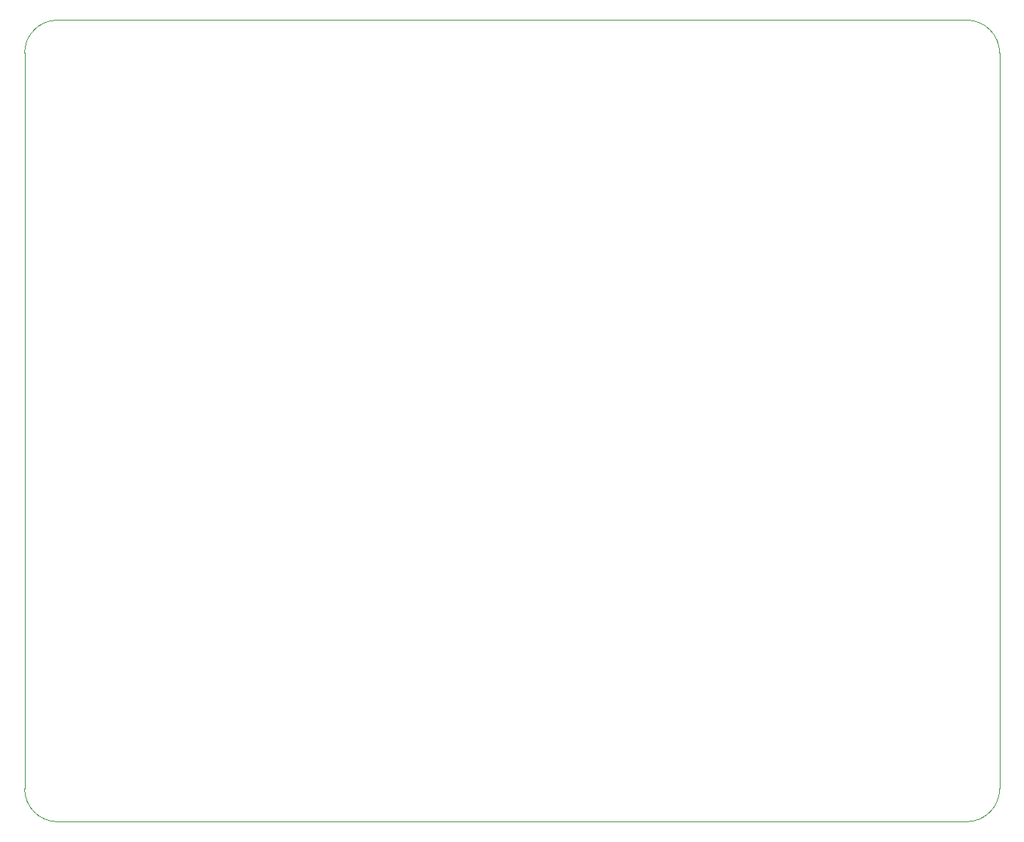
<source format=gbr>
%TF.GenerationSoftware,KiCad,Pcbnew,(5.1.9)-1*%
%TF.CreationDate,2021-02-02T00:48:23+00:00*%
%TF.ProjectId,pico_vga_sd_aud,7069636f-5f76-4676-915f-73645f617564,rev?*%
%TF.SameCoordinates,Original*%
%TF.FileFunction,Profile,NP*%
%FSLAX46Y46*%
G04 Gerber Fmt 4.6, Leading zero omitted, Abs format (unit mm)*
G04 Created by KiCad (PCBNEW (5.1.9)-1) date 2021-02-02 00:48:23*
%MOMM*%
%LPD*%
G01*
G04 APERTURE LIST*
%TA.AperFunction,Profile*%
%ADD10C,0.050000*%
%TD*%
G04 APERTURE END LIST*
D10*
X85902800Y-123989000D02*
X85902800Y-38989000D01*
X194712800Y-127799000D02*
X89712800Y-127799000D01*
X198522800Y-38989000D02*
X198522800Y-123989000D01*
X198522800Y-123989000D02*
G75*
G02*
X194712800Y-127799000I-3810000J0D01*
G01*
X89712800Y-127799000D02*
G75*
G02*
X85902800Y-123989000I0J3810000D01*
G01*
X194712800Y-35179000D02*
X89712800Y-35179000D01*
X194712800Y-35179000D02*
G75*
G02*
X198522800Y-38989000I0J-3810000D01*
G01*
X85902800Y-38989000D02*
G75*
G02*
X89712800Y-35179000I3810000J0D01*
G01*
M02*

</source>
